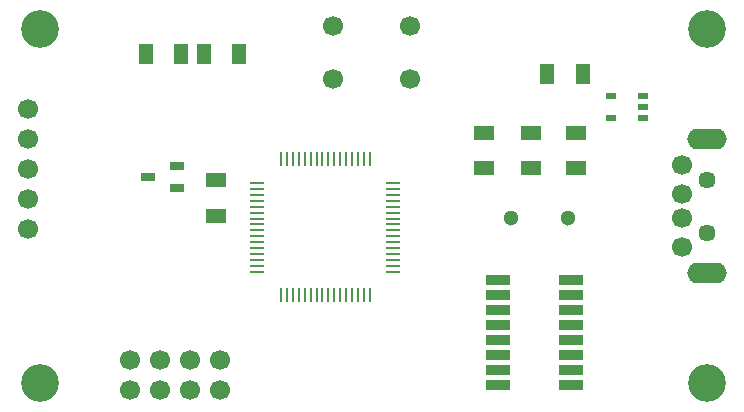
<source format=gts>
G04*
G04 #@! TF.GenerationSoftware,Altium Limited,Altium Designer,18.1.2 (67)*
G04*
G04 Layer_Color=8388736*
%FSLAX43Y43*%
%MOMM*%
G71*
G01*
G75*
%ADD15R,0.295X1.194*%
%ADD16R,1.194X0.295*%
%ADD17R,0.972X0.508*%
%ADD22R,1.800X1.200*%
%ADD23R,1.200X0.800*%
%ADD24R,2.000X0.840*%
%ADD25R,1.200X1.800*%
%ADD26O,3.350X1.775*%
%ADD27C,1.450*%
%ADD28C,1.700*%
%ADD29C,1.300*%
%ADD30C,3.200*%
D15*
X30950Y21950D02*
D03*
X30450D02*
D03*
X29950D02*
D03*
X29450D02*
D03*
X28950D02*
D03*
X28450D02*
D03*
X27950D02*
D03*
X27450D02*
D03*
X26950D02*
D03*
X26450D02*
D03*
X25950D02*
D03*
X25450D02*
D03*
X24950D02*
D03*
X24450D02*
D03*
X23950D02*
D03*
X23450D02*
D03*
Y10450D02*
D03*
X23950D02*
D03*
X24450D02*
D03*
X24950D02*
D03*
X25450D02*
D03*
X25950D02*
D03*
X26450D02*
D03*
X26950D02*
D03*
X27450D02*
D03*
X27950D02*
D03*
X28450D02*
D03*
X28950D02*
D03*
X29450D02*
D03*
X29950D02*
D03*
X30450D02*
D03*
X30950D02*
D03*
D16*
X21450Y19950D02*
D03*
Y19450D02*
D03*
Y18950D02*
D03*
Y18450D02*
D03*
Y17950D02*
D03*
Y17450D02*
D03*
Y16950D02*
D03*
Y16450D02*
D03*
Y15950D02*
D03*
Y15450D02*
D03*
Y14950D02*
D03*
Y14450D02*
D03*
Y13950D02*
D03*
Y13450D02*
D03*
Y12950D02*
D03*
Y12450D02*
D03*
X32950D02*
D03*
Y12950D02*
D03*
Y13450D02*
D03*
Y13950D02*
D03*
Y14450D02*
D03*
Y14950D02*
D03*
Y15450D02*
D03*
Y15950D02*
D03*
Y16450D02*
D03*
Y16950D02*
D03*
Y17450D02*
D03*
Y17950D02*
D03*
Y18450D02*
D03*
Y18950D02*
D03*
Y19450D02*
D03*
Y19950D02*
D03*
D17*
X51338Y25450D02*
D03*
Y27350D02*
D03*
X54062D02*
D03*
Y26400D02*
D03*
Y25450D02*
D03*
D22*
X48400Y24200D02*
D03*
Y21200D02*
D03*
X17900Y20200D02*
D03*
Y17200D02*
D03*
X40600Y24200D02*
D03*
Y21200D02*
D03*
X44600Y24200D02*
D03*
Y21200D02*
D03*
D23*
X12200Y20450D02*
D03*
X14600Y21400D02*
D03*
Y19500D02*
D03*
D24*
X48000Y2850D02*
D03*
Y4120D02*
D03*
Y5390D02*
D03*
Y6660D02*
D03*
Y7930D02*
D03*
Y9200D02*
D03*
Y10470D02*
D03*
Y11740D02*
D03*
X41790D02*
D03*
Y10470D02*
D03*
Y9200D02*
D03*
Y7930D02*
D03*
Y6660D02*
D03*
Y5390D02*
D03*
Y4120D02*
D03*
Y2850D02*
D03*
D25*
X15000Y30900D02*
D03*
X12000D02*
D03*
X16900D02*
D03*
X19900D02*
D03*
X46000Y29200D02*
D03*
X49000D02*
D03*
D26*
X59500Y23700D02*
D03*
Y12300D02*
D03*
D27*
Y15750D02*
D03*
Y20250D02*
D03*
D28*
X57400Y14500D02*
D03*
Y17000D02*
D03*
Y19000D02*
D03*
Y21500D02*
D03*
X2000Y16100D02*
D03*
Y18640D02*
D03*
Y26260D02*
D03*
Y23720D02*
D03*
Y21180D02*
D03*
X27850Y33250D02*
D03*
Y28750D02*
D03*
X34350Y33250D02*
D03*
Y28750D02*
D03*
X10697Y2460D02*
D03*
X13237D02*
D03*
Y5000D02*
D03*
X18317D02*
D03*
X15777D02*
D03*
X10697D02*
D03*
X15777Y2460D02*
D03*
X18317D02*
D03*
D29*
X42900Y17000D02*
D03*
X47780D02*
D03*
D30*
X59500Y33000D02*
D03*
X3000D02*
D03*
X59500Y3000D02*
D03*
X3000D02*
D03*
M02*

</source>
